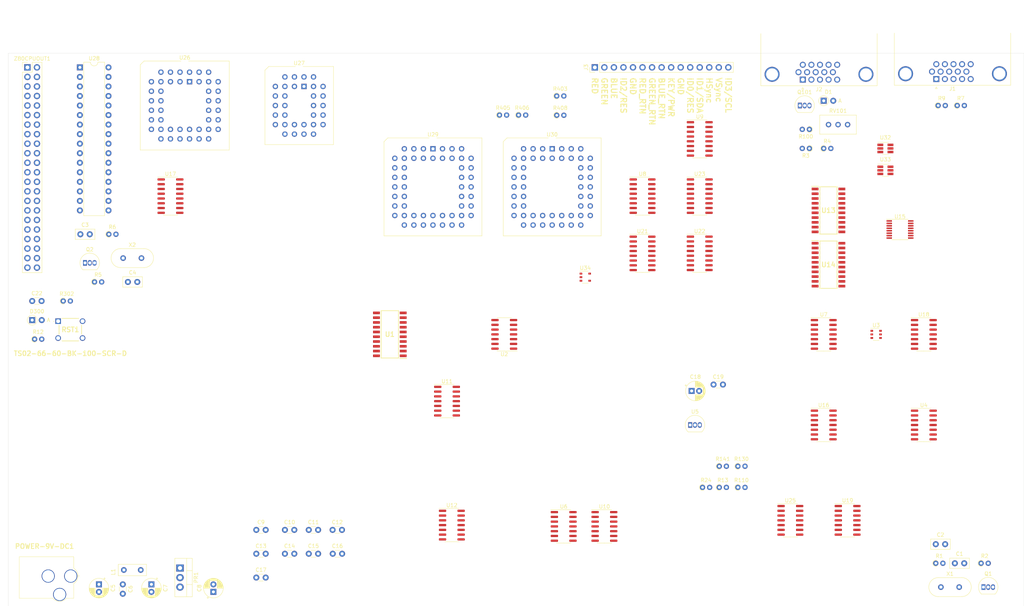
<source format=kicad_pcb>
(kicad_pcb (version 20211014) (generator pcbnew)
  (title_block (comment 4 "AISLER Project ID: WZLPXWFD"))
  (layers (0 "F.Cu" signal) (31 "B.Cu" signal) (34 "B.Paste" user) (35 "F.Paste" user) (36 "B.SilkS" user "B.Silkscreen") (37 "F.SilkS" user "F.Silkscreen") (38 "B.Mask" user) (39 "F.Mask" user) (44 "Edge.Cuts" user))
  (property "REVNUM" "0.01")
  (net 0 "")
  (net 1 "Net-(C1-Pad1)")
  (net 2 "Net-(C1-Pad2)")
  (net 3 "Net-(C2-Pad1)")
  (net 4 "GND")
  (net 5 "Net-(C3-Pad1)")
  (net 6 "Net-(C4-Pad1)")
  (net 7 "Net-(C4-Pad2)")
  (net 8 "+9V")
  (net 9 "+9Vsm")
  (net 10 "+5V")
  (net 11 "~{RESET}")
  (net 12 "/VDG/~{SYNC_PULSE}")
  (net 13 "/VDG/VIDEO")
  (net 14 "Net-(R9-Pad2)")
  (net 15 "YRESET")
  (net 16 "Net-(U16-Pad8)")
  (net 17 "Net-(U16-Pad12)")
  (net 18 "XRESET")
  (net 19 "+3.3V")
  (net 20 "/VDG/IN_VBI")
  (net 21 "Net-(U19-Pad3)")
  (net 22 "SCREENY6+1")
  (net 23 "/VDG/BLUE")
  (net 24 "/VDG/ID2{slash}RES")
  (net 25 "/VDG/RED_RTN")
  (net 26 "/VDG/GREEN_RTN")
  (net 27 "/VDG/BLUE_RTN")
  (net 28 "/VDG/KEY{slash}PWR")
  (net 29 "/VDG/ID0{slash}RES")
  (net 30 "/VDG/ID1{slash}SDA")
  (net 31 "/VDG/HSync")
  (net 32 "VSync")
  (net 33 "/VDG/ID3{slash}SCL")
  (net 35 "Net-(Q101-Pad1)")
  (net 36 "Net-(R3-Pad2)")
  (net 37 "Net-(R13-Pad2)")
  (net 38 "/~{BUSRQ}")
  (net 39 "/~{NMI}")
  (net 40 "~{INT}")
  (net 41 "Net-(U16-Pad9)")
  (net 42 "Net-(U16-Pad3)")
  (net 43 "Net-(U19-Pad4)")
  (net 44 "Net-(R141-Pad2)")
  (net 45 "Net-(R302-Pad2)")
  (net 46 "Net-(U18-Pad2)")
  (net 47 "Net-(R403-Pad2)")
  (net 48 "Net-(R405-Pad2)")
  (net 49 "Net-(R406-Pad2)")
  (net 50 "Net-(U2-Pad12)")
  (net 51 "Net-(R408-Pad2)")
  (net 53 "A11")
  (net 54 "A12")
  (net 55 "A13")
  (net 56 "A14")
  (net 57 "A15")
  (net 58 "BASECLK")
  (net 59 "D4")
  (net 60 "D3")
  (net 61 "D5")
  (net 62 "D6")
  (net 63 "D2")
  (net 64 "D7")
  (net 65 "D0")
  (net 66 "D1")
  (net 67 "/~{HALT}")
  (net 68 "~{MREQ}")
  (net 69 "~{IOREQ}")
  (net 70 "~{RD}")
  (net 71 "~{WR}")
  (net 72 "/~{BUSAK}")
  (net 73 "~{WAIT}")
  (net 74 "~{M1}")
  (net 75 "/~{REFSH}")
  (net 76 "A0")
  (net 77 "A1")
  (net 78 "A2")
  (net 79 "A3")
  (net 80 "A4")
  (net 81 "A5")
  (net 82 "A6")
  (net 83 "A7")
  (net 84 "A8")
  (net 85 "A9")
  (net 86 "A10")
  (net 87 "/~{ROMCS}")
  (net 88 "SCREENX4")
  (net 89 "SCREENX6")
  (net 90 "SCREENX1")
  (net 91 "~{RAMCS}")
  (net 92 "SCREENX2")
  (net 93 "SCREENX3")
  (net 94 "FONTCHARY0")
  (net 95 "FONTCHARY2")
  (net 96 "SCREENY2")
  (net 97 "YRESET+1")
  (net 98 "SCREENY4")
  (net 99 "SCREENY5")
  (net 100 "FONTCHARY0+1")
  (net 101 "Net-(U7-Pad8)")
  (net 102 "Net-(U25-Pad4)")
  (net 103 "SCREENY0")
  (net 104 "SCREENY1")
  (net 105 "SCREENY3")
  (net 106 "/VDG/INVERT")
  (net 107 "FONTCHARY1")
  (net 108 "FONTCHARY2+1")
  (net 109 "SCREENY0+1")
  (net 110 "SCREENY5+1")
  (net 111 "Net-(U19-Pad5)")
  (net 112 "SCREENX0+1")
  (net 113 "Net-(U25-Pad5)")
  (net 114 "Net-(U7-Pad10)")
  (net 115 "Net-(U4-Pad10)")
  (net 116 "~{SCREENX0+1}")
  (net 117 "SCREENX5")
  (net 118 "FONTCHARX2")
  (net 119 "FONTCHARX1")
  (net 120 "FONTCHARX0")
  (net 122 "BASEVIDCLK")
  (net 123 "/Cascade/SCREENX0")
  (net 124 "/Cascade/BASECLK_DIV_4096")
  (net 125 "/Cascade/BASECLK_DIV_2048")
  (net 126 "/Cascade/FONTCHARX0+1")
  (net 127 "Net-(U23-Pad10)")
  (net 128 "Net-(U13-Pad12)")
  (net 130 "Net-(U13-Pad13)")
  (net 131 "~{VIDRAMCS}")
  (net 132 "~{CHRRAMCS}")
  (net 133 "/~{CONFIGREG}")
  (net 134 "Net-(U18-Pad12)")
  (net 135 "Net-(U13-Pad14)")
  (net 136 "Net-(U13-Pad15)")
  (net 137 "Net-(U13-Pad16)")
  (net 138 "Net-(U13-Pad17)")
  (net 139 "Net-(U13-Pad18)")
  (net 140 "Net-(U13-Pad19)")
  (net 142 "/VDG/PIXEL")
  (net 143 "/~{IOSELECT}")
  (net 144 "/~{WE}")
  (net 145 "/PHI")
  (net 146 "C1")
  (net 147 "C0")
  (net 148 "Net-(U16-Pad10)")
  (net 149 "SCREENY6")
  (net 150 "/VDG/IN_HBI")
  (net 156 "/VDG/LVD0")
  (net 157 "/VDG/LVD1")
  (net 158 "/VDG/LVD2")
  (net 160 "Net-(U10-Pad12)")
  (net 165 "/VDG/LVD3")
  (net 166 "/VDG/LVD4")
  (net 170 "SCREENY2+1")
  (net 171 "SCREENY1+1")
  (net 172 "SCREENY3+1")
  (net 173 "FONTCHARY1+1")
  (net 174 "XRESET+1")
  (net 175 "SCREENY4+1")
  (net 176 "/VDG/LVD5")
  (net 179 "SCREENX2+1")
  (net 180 "SCREENX1+1")
  (net 181 "SCREENX3+1")
  (net 182 "FONTCHARX2+1")
  (net 183 "FONTCHARX1+1")
  (net 184 "/VDG/LVD6")
  (net 185 "SCREENX5+1")
  (net 186 "SCREENX4+1")
  (net 187 "SCREENX6+1")
  (net 191 "Net-(U1-Pad11)")
  (net 192 "/VDG/LVD7")
  (net 193 "/C7")
  (net 194 "/C6")
  (net 195 "/C5")
  (net 196 "/C4")
  (net 197 "/C3")
  (net 198 "/C2")
  (net 199 "/VDG/SAVED_INVERT")
  (net 201 "Net-(U25-Pad2)")
  (net 222 "Net-(U29-Pad17)")
  (net 223 "Net-(U29-Pad18)")
  (net 224 "Net-(U29-Pad19)")
  (net 225 "Net-(U29-Pad20)")
  (net 226 "Net-(U29-Pad21)")
  (net 227 "Net-(U29-Pad22)")
  (net 228 "Net-(U29-Pad23)")
  (net 241 "/VDG/~{LOADVIDCACHE}")
  (net 252 "Net-(U11-Pad2)")
  (footprint "Package_TO_SOT_THT:TO-220-3_Vertical" (layer "F.Cu") (at 59.69 152.4 -90)
    (fp_text reference "PR1")
    (fp_text value "LM7805_TO220")
  )
  (footprint "Capacitor_THT:C_Disc_D3.0mm_W1.6mm_P2.50mm" (layer "F.Cu") (at 93.98 142.24)
    (fp_text reference "C11")
    (fp_text value "100nf")
  )
  (footprint "Capacitor_THT:CP_Radial_D5.0mm_P2.00mm" (layer "F.Cu") (at 52.07 156.75 -90)
    (fp_text reference "C7")
    (fp_text value "100uf")
  )
  (footprint "Capacitor_THT:C_Disc_D3.0mm_W1.6mm_P2.50mm" (layer "F.Cu") (at 80.01 154.94)
    (fp_text reference "C17")
    (fp_text value "100nf")
  )
  (footprint "Capacitor_THT:C_Disc_D5.0mm_W2.5mm_P2.50mm" (layer "F.Cu") (at 260.99 146.05)
    (fp_text reference "C2")
    (fp_text value "100pF")
  )
  (footprint "Capacitor_THT:C_Disc_D3.0mm_W1.6mm_P2.50mm" (layer "F.Cu") (at 20.32 81.28)
    (fp_text reference "C22")
    (fp_text value "1 uf")
  )
  (footprint "Potentiometer_THT:Potentiometer_Bourns_3296W_Vertical" (layer "F.Cu") (at 237.5 34.29)
    (fp_text reference "RV101")
    (fp_text value "100")
  )
  (footprint "Package_SO:SOIC-14_3.9x8.7mm_P1.27mm" (layer "F.Cu") (at 146.055 90.16 180)
    (fp_text reference "U2")
    (fp_text value "74ALVC04")
  )
  (footprint "Package_SO:SOIC-14_3.9x8.7mm_P1.27mm" (layer "F.Cu") (at 130.81 107.95)
    (fp_text reference "U11")
    (fp_text value "74LVC11")
  )
  (footprint "Package_SO:SOIC-16_3.9x9.9mm_P1.27mm" (layer "F.Cu") (at 198.12 53.34)
    (fp_text reference "U23")
    (fp_text value "SN74LV4040")
  )
  (footprint "Crystal:Crystal_HC49-U_Vertical" (layer "F.Cu") (at 262.35 157.48)
    (fp_text reference "X1")
    (fp_text value "25.2 MHz")
  )
  (footprint "Capacitor_THT:C_Disc_D3.0mm_W1.6mm_P2.50mm" (layer "F.Cu") (at 100.37 148.59)
    (fp_text reference "C16")
    (fp_text value "100nf")
  )
  (footprint "Resistor_THT:R_Axial_DIN0204_L3.6mm_D1.6mm_P1.90mm_Vertical" (layer "F.Cu") (at 261.62 29.21)
    (fp_text reference "R9")
    (fp_text value "1K5")
  )
  (footprint "Package_SO:SOIC-14_3.9x8.7mm_P1.27mm" (layer "F.Cu") (at 231.14 90.17)
    (fp_text reference "U7")
    (fp_text value "74VLC04")
  )
  (footprint "Resistor_THT:R_Axial_DIN0204_L3.6mm_D1.6mm_P1.90mm_Vertical" (layer "F.Cu") (at 203.32 125.2877)
    (fp_text reference "R141")
    (fp_text value "10k")
  )
  (footprint "Package_SO:SOIC-14_3.9x8.7mm_P1.27mm" (layer "F.Cu") (at 257.81 114.3)
    (fp_text reference "U4")
    (fp_text value "74VLC1032")
  )
  (footprint "Resistor_THT:R_Axial_DIN0204_L3.6mm_D1.6mm_P1.90mm_Vertical" (layer "F.Cu") (at 208.28 125.2877)
    (fp_text reference "R130")
    (fp_text value "10k")
  )
  (footprint "Resistor_THT:R_Axial_DIN0204_L3.6mm_D1.6mm_P1.90mm_Vertical" (layer "F.Cu") (at 160.03 31.8)
    (fp_text reference "R408")
    (fp_text value "10K")
  )
  (footprint "Resistor_THT:R_Axial_DIN0204_L3.6mm_D1.6mm_P1.90mm_Vertical" (layer "F.Cu") (at 203.32 130.9227)
    (fp_text reference "R13")
    (fp_text value "10K")
  )
  (footprint "Package_SO:TSOP-6_1.65x3.05mm_P0.95mm" (layer "F.Cu") (at 245.11 90.17)
    (fp_text reference "U3")
    (fp_text value "74LVC1G332")
  )
  (footprint "ExtraFootprints:SOIC-20N-127P780X200" (layer "F.Cu") (at 232.41 71.6)
    (fp_text reference "U14")
    (fp_text value "74LVC573" hide)
  )
  (footprint "Capacitor_THT:CP_Radial_D5.0mm_P2.00mm" (layer "F.Cu") (at 68.58 158.75 90)
    (fp_text reference "C8")
    (fp_text value "100uf")
  )
  (footprint "Connector_Dsub:DSUB-15-HD_Female_Horizontal_P2.29x1.98mm_EdgePinOffset8.35mm_Housed_MountingHolesOffset10.89mm" (layer "F.Cu") (at 261.13 22.1603 180)
    (fp_text reference "J1")
    (fp_text value "Out")
  )
  (footprint "Package_DIP:DIP-32_W7.62mm" (layer "F.Cu") (at 33.02 19.05)
    (fp_text reference "U28")
    (fp_text value "AS7C512")
  )
  (footprint "Package_TO_SOT_SMD:SOT-23-6_Handsoldering" (layer "F.Cu") (at 247.57 40.64)
    (fp_text reference "U32")
    (fp_text value "74LVC1G373")
  )
  (footprint "Resistor_THT:R_Axial_DIN0204_L3.6mm_D1.6mm_P1.90mm_Vertical" (layer "F.Cu") (at 227.33 35.56 180)
    (fp_text reference "R100")
    (fp_text value "100")
  )
  (footprint "Resistor_THT:R_Axial_DIN0204_L3.6mm_D1.6mm_P1.90mm_Vertical" (layer "F.Cu") (at 36.92 76.2)
    (fp_text reference "R5")
    (fp_text value "47k")
  )
  (footprint "ExtraFootprints:SOIC-20N-127P780X200" (layer "F.Cu") (at 115.575 90.16 180)
    (fp_text reference "U1")
    (fp_text value "74HCT573" hide)
  )
  (footprint "ExtraFootprints:PLCC-52_THT-Socket" (layer "F.Cu") (at 127.0645 40.7274)
    (fp_text reference "U29")
    (fp_text value "7134LA20JG ")
  )
  (footprint "Capacitor_THT:C_Disc_D3.0mm_W1.6mm_P2.50mm" (layer "F.Cu") (at 87.63 148.59)
    (fp_text reference "C14")
    (fp_text value "100nf")
  )
  (footprint "Package_SO:SOIC-16_3.9x9.9mm_P1.27mm" (layer "F.Cu") (at 57.15 53.34)
    (fp_text reference "U17")
    (fp_text value "74LVC139")
  )
  (footprint "Capacitor_THT:CP_Radial_D5.0mm_P2.00mm" (layer "F.Cu") (at 195.9598 105.23)
    (fp_text reference "C18")
    (fp_text value "1uf")
  )
  (footprint "Diode_THT:D_DO-35_SOD27_P2.54mm_Vertical_AnodeUp" (layer "F.Cu") (at 20.32 86.36)
    (fp_text reference "D300")
    (fp_text value "1N4148")
  )
  (footprint "Resistor_THT:R_Axial_DIN0204_L3.6mm_D1.6mm_P1.90mm_Vertical" (layer "F.Cu") (at 28.58 81.28)
    (fp_text reference "R302")
    (fp_text value "100")
  )
  (footprint "ExtraFootprints:PLCC-52_THT-Socket" (layer "F.Cu") (at 158.8145 40.7274)
    (fp_text reference "U30")
    (fp_text value "7132LA100PDG")
  )
  (footprint "Resistor_THT:R_Axial_DIN0204_L3.6mm_D1.6mm_P1.90mm_Vertical" (layer "F.Cu") (at 20.96 91.44)
    (fp_text reference "R12")
    (fp_text value "1k")
  )
  (footprint "Resistor_THT:R_Axial_DIN0204_L3.6mm_D1.6mm_P1.90mm_Vertical" (layer "F.Cu") (at 231.14 40.64)
    (fp_text reference "R4")
    (fp_text value "1K5")
  )
  (footprint "ExtraFootprints:TE Connectivity 1-1825910-4 Black Button Tactile Switch, Single Pole Single Throw (SPST)" (layer "F.Cu") (at 27.23 86.65)
    (fp_text reference "RST1")
    (fp_text value "TS02-66-60-BK-100-SCR-D")
  )
  (footprint "Connector_PinHeader_2.54mm:PinHeader_2x22_P2.54mm_Vertical" (layer "F.Cu") (at 19.05 19.05)
    (fp_text reference "Z80CPUOUT1")
    (fp_text value "Conn_02x22_Odd_Even")
  )
  (footprint "Package_SO:SOIC-16_3.9x9.9mm_P1.27mm" (layer "F.Cu") (at 182.88 53.34)
    (fp_text reference "U8")
    (fp_text value "SN74LV4040")
  )
  (footprint "Connector_Dsub:DSUB-15-HD_Female_Horizontal_P2.29x1.98mm_EdgePinOffset8.35mm_Housed_MountingHolesOffset10.89mm" (layer "F.Cu") (at 225.57 22.3103 180)
    (fp_text reference "J2")
    (fp_text value "In")
  )
  (footprint "Package_SO:SOIC-14_3.9x8.7mm_P1.27mm" (layer "F.Cu") (at 231.14 114.295)
    (fp_text reference "U16")
    (fp_text value "74VLC1008")
  )
  (footprint "Resistor_THT:R_Axial_DIN0204_L3.6mm_D1.6mm_P1.90mm_Vertical" (layer "F.Cu") (at 273.06 151.13)
    (fp_text reference "R2")
    (fp_text value "47k")
  )
  (footprint "Resistor_THT:R_Axial_DIN0204_L3.6mm_D1.6mm_P1.90mm_Vertical" (layer "F.Cu") (at 260.99 151.13)
    (fp_text reference "R1")
    (fp_text value "4k7")
  )
  (footprint "Package_TO_SOT_THT:TO-92_Inline" (layer "F.Cu") (at 273.69 157.48)
    (fp_text reference "Q1")
    (fp_text value "2N3904")
  )
  (footprint "Capacitor_THT:C_Disc_D3.0mm_W1.6mm_P2.50mm" (layer "F.Cu") (at 80.01 148.59)
    (fp_text reference "C13")
    (fp_text value "100nf")
  )
  (footprint "Capacitor_THT:C_Disc_D3.0mm_W1.6mm_P2.50mm" (layer "F.Cu") (at 44.45 156.75 -90)
    (fp_text reference "C6")
    (fp_text value "100nf")
  )
  (footprint "Package_SO:TSOP-5_1.65x3.05mm_P0.95mm" (layer "F.Cu") (at 167.64 74.93)
    (fp_text reference "U34")
    (fp_text value "74LVC1G32")
  )
  (footprint "Package_SO:SOIC-14_3.9x8.7mm_P1.27mm" (layer "F.Cu") (at 257.81 90.17)
    (fp_text reference "U18")
    (fp_text value "74LVC11")
  )
  (footprint "Capacitor_THT:C_Disc_D3.0mm_W1.6mm_P2.50mm" (layer "F.Cu") (at 201.8 103.53)
    (fp_text reference "C19")
    (fp_text value "100nf")
  )
  (footprint "Resistor_THT:R_Axial_DIN0204_L3.6mm_D1.6mm_P1.90mm_Vertical" (layer "F.Cu") (at 160.02 26.67)
    (fp_text reference "R403")
    (fp_text value "10K")
  )
  (footprint "Package_TO_SOT_THT:TO-92_Inline" (layer "F.Cu") (at 224.79 29.21)
    (fp_text reference "Q101")
    (fp_text value "2N3904")
  )
  (footprint "Package_SO:SOIC-14_3.9x8.7mm_P1.27mm" (layer "F.Cu") (at 132.09 140.965)
    (fp_text reference "U12")
    (fp_text value "SN74LVC86")
  )
  (footprint "ExtraFootprints:PLCC-44_THT-Socket" (layer "F.Cu") (at 62.23 22.86)
    (fp_text reference "U26")
    (fp_text value "Z80C15CPU_QFP")
  )
  (footprint "Package_TO_SOT_THT:TO-92_Inline" (layer "F.Cu") (at 34.38 71.12)
    (fp_text reference "Q2")
    (fp_text value "2N3904")
  )
  (footprint "Capacitor_THT:C_Disc_D3.0mm_W1.6mm_P2.50mm" (layer "F.Cu") (at 87.63 142.24)
    (fp_text reference "C10")
    (fp_text value "100nf")
  )
  (footprint "Package_SO:SOIC-14_3.9x8.7mm_P1.27mm" (layer "F.Cu") (at 161.88 141.315)
    (fp_text reference "U6")
    (fp_text value "74LVC21")
  )
  (footprint "Resistor_THT:R_Axial_DIN0204_L3.6mm_D1.6mm_P1.90mm_Vertical" (layer "F.Cu") (at 144.78 31.75)
    (fp_text reference "R405")
    (fp_text value "1K")
  )
  (footprint "ExtraFootprints:KEMET_SBT_0260T" (layer "F.Cu") (at 46.99 152.94)
    (fp_text reference "L1")
    (fp_text value "100 nH")
  )
  (footprint "Package_SO:SOIC-14_3.9x8.7mm_P1.27mm" (layer "F.Cu") (at 222.26 139.695)
    (fp_text reference "U25")
    (fp_text value "74LVC21")
  )
  (footprint "Package_SO:SOIC-16_3.9x9.9mm_P1.27mm" (layer "F.Cu") (at 198.12 38.1)
    (fp_text reference "U9")
    (fp_text value "74LVC163")
  )
  (footprint "Capacitor_THT:C_Disc_D5.0mm_W2.5mm_P2.50mm" (layer "F.Cu") (at 266.07 151.13)
    (fp_text reference "C1")
    (fp_text value "30pF")
  )
  (footprint "Resistor_THT:R_Axial_DIN0204_L3.6mm_D1.6mm_P1.90mm_Vertical" (layer "F.Cu") (at 208.28 130.9227)
    (fp_text reference "R110")
    (fp_text value "10k")
  )
  (footprint "Package_SO:SOIC-14_3.9x8.7mm_P1.27mm" (layer "F.Cu") (at 172.73 141.315)
    (fp_text reference "U10")
    (fp_text value "74LVC10")
  )
  (footprint "Resistor_THT:R_Axial_DIN0204_L3.6mm_D1.6mm_P1.90mm_Vertical" (layer "F.Cu") (at 266.7 29.21)
    (fp_text reference "R7")
    (fp_text value "500")
  )
  (footprint "Package_SO:SOIC-16_3.9x9.9mm_P1.27mm" (layer "F.Cu") (at 198.11 68.58)
    (fp_text reference "U22")
    (fp_text value "SN74LV4040")
  )
  (footprint "Capacitor_THT:C_Disc_D3.0mm_W1.6mm_P2.50mm" (layer "F.Cu") (at 93.98 148.59)
    (fp_text reference "C15")
    (fp_text value "100nf")
  )
  (footprint "ExtraFootprints:PLCC-32_THT-Socket" (layer "F.Cu") (at 92.71 24.13)
    (fp_text reference "U27")
    (fp_text value "SST39SF010A-45-4I-NHE ")
  )
  (footprint "Crystal:Crystal_HC49-U_Vertical" (layer "F.Cu") (at 44.54 69.85)
    (fp_text reference "X2")
    (fp_text value "4 MHz")
  )
  (footprint "Package_SO:SOIC-16_3.9x9.9mm_P1.27mm" (layer "F.Cu") (at 182.88 68.595)
    (fp_text reference "U21")
    (fp_text value "SN74LV4040")
  )
  (footprint "Connector_PinHeader_2.54mm:PinHeader_1x15_P2.54mm_Vertical" (layer "F.Cu") (at 170.18 19.05 90)
    (fp_text reference "J3")
    (fp_text value "Conn_01x15")
  )
  (footprint "Resistor_THT:R_Axial_DIN0204_L3.6mm_D1.6mm_P1.90mm_Vertical" (layer "F.Cu") (at 227.33 40.64 180)
    (fp_text reference "R3")
    (fp_text value "1K5")
  )
  (footprint "Package_TO_SOT_THT:TO-92_Inline" (layer "F.Cu") (at 195.58 114.3)
    (fp_text reference "U5")
    (fp_text value "L78L33_TO92")
  )
  (footprint "Resistor_THT:R_Axial_DIN0204_L3.6mm_D1.6mm_P1.90mm_Vertical" (layer "F.Cu") (at 40.73 63.5)
    (fp_text reference "R6")
    (fp_text value "4k7")
  )
  (footprint "Capacitor_THT:C_Disc_D3.0mm_W1.6mm_P2.50mm" (layer "F.Cu") (at 100.33 142.24)
    (fp_text reference "C12")
    (fp_text value "100nf")
  )
  (footprint "Capacitor_THT:CP_Radial_D5.0mm_P2.00mm" (layer "F.Cu") (at 38.1 156.75 -90)
    (fp_text reference "C5")
    (fp_text value "100uf")
  )
  (footprint "Diode_THT:D_DO-35_SOD27_P2.54mm_Vertical_AnodeUp" (layer "F.Cu") (at 231.14 27.94)
    (fp_text reference "D1")
    (fp_text value "1N4148")
  )
  (footprint "Package_SO:TSSOP-16_4.4x5mm_P0.65mm" (layer "F.Cu") (at 251.46 62.23)
    (fp_text reference "U15")
    (fp_text value "SN74CBTLV3251DGVR")
  )
  (footprint "Capacitor_THT:C_Disc_D3.0mm_W1.6mm_P2.50mm" (layer "F.Cu") (at 80.01 142.24)
    (fp_text reference "C9")
    (fp_text value "100nf")
  )
  (footprint "Capacitor_THT:C_Disc_D5.0mm_W2.5mm_P2.50mm" (layer "F.Cu") (at 45.81 76.2)
    (fp_text reference "C4")
    (fp_text value "30pF")
  )
  (footprint "Package_TO_SOT_SMD:SOT-23-6_Handsoldering" (layer "F.Cu") (at 247.57 46.47)
    (fp_text reference "U33")
    (fp_text value "74LVC1G373")
  )
  (footprint "Resistor_THT:R_Axial_DIN0204_L3.6mm_D1.6mm_P1.90mm_Vertical" (layer "F.Cu") (at 149.86 31.75)
    (fp_text reference "R406")
    (fp_text value "1K")
  )
  (footprint "ExtraFootprints:163179PHEX" (layer "F.Cu") (at 16.88 159.44)
    (fp_text reference "POWER-9V-DC1")
    (fp_text value "POWERIN" hide)
  )
  (footprint "Resistor_THT:R_Axial_DIN0204_L3.6mm_D1.6mm_P1.90mm_Vertical" (layer "F.Cu") (at 198.86 130.9227)
    (fp_text reference "R24")
    (fp_text value "10k")
  )
  (footprint "Capacitor_THT:C_Disc_D5.0mm_W2.5mm_P2.50mm" (layer "F.Cu") (at 33.15 63.5)
    (fp_text reference "C3")
    (fp_text value "100pF")
  )
  (footprint "Package_SO:SOIC-14_3.9x8.7mm_P1.27mm" (layer "F.Cu") (at 237.5 139.695)
    (fp_text reference "U19")
    (fp_text value "74LVC00")
  )
  (footprint "ExtraFootprints:SOIC-20N-127P780X200" (layer "F.Cu") (at 232.41 57.15)
    (fp_text reference "U13")
    (fp_text value "74LVC573" hide)
  )
  (gr_rect (start 13.97 15.24) (end 284.48 162.56) (layer "Edge.Cuts") (width 0.05) (fill none))
  (gr_text "ID2/RES" (at 177.8 21.59 270) (layer "F.SilkS") (effects (font (size 1.5 1.5) (thickness 0.3)) (justify left)))
  (gr_text "BLUE" (at 175.26 21.59 270) (layer "F.SilkS") (effects (font (size 1.5 1.5) (thickness 0.3)) (justify left)))
  (gr_text "GREEN_RTN" (at 185.42 21.59 270) (layer "F.SilkS") (effects (font (size 1.5 1.5) (thickness 0.3)) (justify left)))
  (gr_text "GREEN" (at 172.72 21.59 270) (layer "F.SilkS") (effects (font (size 1.5 1.5) (thickness 0.3)) (justify left)))
  (gr_text "RED" (at 170.18 21.59 270) (layer "F.SilkS") (effects (font (size 1.5 1.5) (thickness 0.3)) (justify left)))
  (gr_text "ID1/SDA" (at 198.12 21.59 270) (layer "F.SilkS") (effects (font (size 1.5 1.5) (thickness 0.3)) (justify left)))
  (gr_text "HSync" (at 200.66 21.59 270) (layer "F.SilkS") (effects (font (size 1.5 1.5) (thickness 0.3)) (justify left)))
  (gr_text "GND" (at 180.34 21.59 270) (layer "F.SilkS") (effects (font (size 1.5 1.5) (thickness 0.3)) (justify left)))
  (gr_text "BLUE_RTN" (at 187.96 21.59 270) (layer "F.SilkS") (effects (font (size 1.5 1.5) (thickness 0.3)) (justify left)))
  (gr_text "VSync" (at 203.2 21.59 270) (layer "F.SilkS") (effects (font (size 1.5 1.5) (thickness 0.3)) (justify left)))
  (gr_text "RED_RTN" (at 182.88 21.59 270) (layer "F.SilkS") (effects (font (size 1.5 1.5) (thickness 0.3)) (justify left)))
  (gr_text "GND" (at 193.04 21.59 270) (layer "F.SilkS") (effects (font (size 1.5 1.5) (thickness 0.3)) (justify left)))
  (gr_text "KEY/PWR" (at 190.5 21.59 270) (layer "F.SilkS") (effects (font (size 1.5 1.5) (thickness 0.3)) (justify left)))
  (gr_text "ID0/RES" (at 195.58 21.59 270) (layer "F.SilkS") (effects (font (size 1.5 1.5) (thickness 0.3)) (justify left)))
  (gr_text "ID3/SCL" (at 205.74 21.59 270) (layer "F.SilkS") (effects (font (size 1.5 1.5) (thickness 0.3)) (justify left)))
)
</source>
